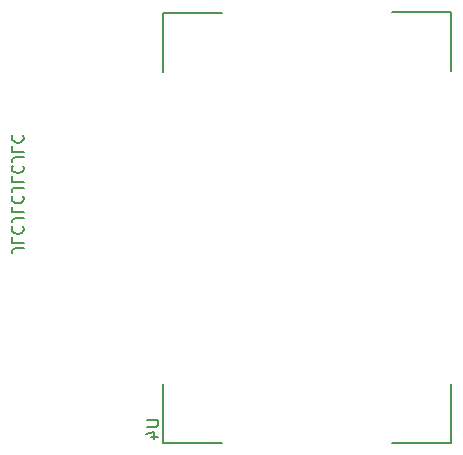
<source format=gbo>
G04 #@! TF.GenerationSoftware,KiCad,Pcbnew,5.1.10*
G04 #@! TF.CreationDate,2021-12-30T11:48:04+01:00*
G04 #@! TF.ProjectId,meshtastic_jtag,6d657368-7461-4737-9469-635f6a746167,1.1*
G04 #@! TF.SameCoordinates,Original*
G04 #@! TF.FileFunction,Legend,Bot*
G04 #@! TF.FilePolarity,Positive*
%FSLAX46Y46*%
G04 Gerber Fmt 4.6, Leading zero omitted, Abs format (unit mm)*
G04 Created by KiCad (PCBNEW 5.1.10) date 2021-12-30 11:48:04*
%MOMM*%
%LPD*%
G01*
G04 APERTURE LIST*
%ADD10C,0.150000*%
%ADD11C,0.200000*%
%ADD12C,1.700000*%
%ADD13R,1.524000X1.700000*%
%ADD14R,1.700000X1.700000*%
%ADD15O,1.200000X2.000000*%
%ADD16C,3.200000*%
%ADD17O,1.700000X1.700000*%
G04 APERTURE END LIST*
D10*
X88347619Y-102619047D02*
X87633333Y-102619047D01*
X87490476Y-102666666D01*
X87395238Y-102761904D01*
X87347619Y-102904761D01*
X87347619Y-103000000D01*
X87347619Y-101666666D02*
X87347619Y-102142857D01*
X88347619Y-102142857D01*
X87442857Y-100761904D02*
X87395238Y-100809523D01*
X87347619Y-100952380D01*
X87347619Y-101047619D01*
X87395238Y-101190476D01*
X87490476Y-101285714D01*
X87585714Y-101333333D01*
X87776190Y-101380952D01*
X87919047Y-101380952D01*
X88109523Y-101333333D01*
X88204761Y-101285714D01*
X88300000Y-101190476D01*
X88347619Y-101047619D01*
X88347619Y-100952380D01*
X88300000Y-100809523D01*
X88252380Y-100761904D01*
X88347619Y-100047619D02*
X87633333Y-100047619D01*
X87490476Y-100095238D01*
X87395238Y-100190476D01*
X87347619Y-100333333D01*
X87347619Y-100428571D01*
X87347619Y-99095238D02*
X87347619Y-99571428D01*
X88347619Y-99571428D01*
X87442857Y-98190476D02*
X87395238Y-98238095D01*
X87347619Y-98380952D01*
X87347619Y-98476190D01*
X87395238Y-98619047D01*
X87490476Y-98714285D01*
X87585714Y-98761904D01*
X87776190Y-98809523D01*
X87919047Y-98809523D01*
X88109523Y-98761904D01*
X88204761Y-98714285D01*
X88300000Y-98619047D01*
X88347619Y-98476190D01*
X88347619Y-98380952D01*
X88300000Y-98238095D01*
X88252380Y-98190476D01*
X88347619Y-97476190D02*
X87633333Y-97476190D01*
X87490476Y-97523809D01*
X87395238Y-97619047D01*
X87347619Y-97761904D01*
X87347619Y-97857142D01*
X87347619Y-96523809D02*
X87347619Y-97000000D01*
X88347619Y-97000000D01*
X87442857Y-95619047D02*
X87395238Y-95666666D01*
X87347619Y-95809523D01*
X87347619Y-95904761D01*
X87395238Y-96047619D01*
X87490476Y-96142857D01*
X87585714Y-96190476D01*
X87776190Y-96238095D01*
X87919047Y-96238095D01*
X88109523Y-96190476D01*
X88204761Y-96142857D01*
X88300000Y-96047619D01*
X88347619Y-95904761D01*
X88347619Y-95809523D01*
X88300000Y-95666666D01*
X88252380Y-95619047D01*
X88347619Y-94904761D02*
X87633333Y-94904761D01*
X87490476Y-94952380D01*
X87395238Y-95047619D01*
X87347619Y-95190476D01*
X87347619Y-95285714D01*
X87347619Y-93952380D02*
X87347619Y-94428571D01*
X88347619Y-94428571D01*
X87442857Y-93047619D02*
X87395238Y-93095238D01*
X87347619Y-93238095D01*
X87347619Y-93333333D01*
X87395238Y-93476190D01*
X87490476Y-93571428D01*
X87585714Y-93619047D01*
X87776190Y-93666666D01*
X87919047Y-93666666D01*
X88109523Y-93619047D01*
X88204761Y-93571428D01*
X88300000Y-93476190D01*
X88347619Y-93333333D01*
X88347619Y-93238095D01*
X88300000Y-93095238D01*
X88252380Y-93047619D01*
D11*
X100100000Y-119100000D02*
X105100000Y-119100000D01*
X100100000Y-119100000D02*
X100100000Y-114100000D01*
X100100000Y-82700000D02*
X100100000Y-87700000D01*
X100100000Y-82700000D02*
X105100000Y-82700000D01*
X124500000Y-119100000D02*
X119500000Y-119100000D01*
X124500000Y-119100000D02*
X124500000Y-114100000D01*
X124500000Y-82600000D02*
X124500000Y-87600000D01*
X124500000Y-82600000D02*
X119500000Y-82600000D01*
X98752380Y-117138095D02*
X99561904Y-117138095D01*
X99657142Y-117185714D01*
X99704761Y-117233333D01*
X99752380Y-117328571D01*
X99752380Y-117519047D01*
X99704761Y-117614285D01*
X99657142Y-117661904D01*
X99561904Y-117709523D01*
X98752380Y-117709523D01*
X99085714Y-118614285D02*
X99752380Y-118614285D01*
X98704761Y-118376190D02*
X99419047Y-118138095D01*
X99419047Y-118757142D01*
%LPC*%
D12*
X167400000Y-108710000D03*
X167400000Y-106170000D03*
X167400000Y-103630000D03*
D13*
X167400000Y-101090000D03*
D12*
X107220000Y-116400000D03*
X109760000Y-116400000D03*
X112300000Y-116400000D03*
X114840000Y-116400000D03*
D14*
X117380000Y-116400000D03*
G36*
G01*
X134597280Y-106003680D02*
X134597280Y-107403680D01*
G75*
G02*
X134297280Y-107703680I-300000J0D01*
G01*
X133697280Y-107703680D01*
G75*
G02*
X133397280Y-107403680I0J300000D01*
G01*
X133397280Y-106003680D01*
G75*
G02*
X133697280Y-105703680I300000J0D01*
G01*
X134297280Y-105703680D01*
G75*
G02*
X134597280Y-106003680I0J-300000D01*
G01*
G37*
D15*
X131457280Y-106703680D03*
X128917280Y-106703680D03*
X126377280Y-106703680D03*
X123837280Y-106703680D03*
X121297280Y-106703680D03*
X118757280Y-106703680D03*
X116217280Y-106703680D03*
X113677280Y-106703680D03*
X111137280Y-106703680D03*
X108597280Y-106703680D03*
X106057280Y-106703680D03*
X103517280Y-106703680D03*
X100977280Y-106703680D03*
X98437280Y-106703680D03*
X95897280Y-106703680D03*
X93357280Y-106703680D03*
X90820000Y-106700000D03*
X88280000Y-106700000D03*
X88277280Y-81303680D03*
X90817280Y-81303680D03*
X93357280Y-81303680D03*
X95897280Y-81303680D03*
X98437280Y-81303680D03*
G36*
G01*
X101577280Y-80603680D02*
X101577280Y-82003680D01*
G75*
G02*
X101277280Y-82303680I-300000J0D01*
G01*
X100677280Y-82303680D01*
G75*
G02*
X100377280Y-82003680I0J300000D01*
G01*
X100377280Y-80603680D01*
G75*
G02*
X100677280Y-80303680I300000J0D01*
G01*
X101277280Y-80303680D01*
G75*
G02*
X101577280Y-80603680I0J-300000D01*
G01*
G37*
X103517280Y-81303680D03*
X106057280Y-81303680D03*
X108597280Y-81303680D03*
X111137280Y-81303680D03*
X113677280Y-81303680D03*
X116217280Y-81303680D03*
X118757280Y-81303680D03*
X121297280Y-81303680D03*
X123837280Y-81303680D03*
X126377280Y-81303680D03*
X128917280Y-81303680D03*
X131457280Y-81303680D03*
X133997280Y-81303680D03*
D16*
X91400000Y-74300000D03*
X173400000Y-74300000D03*
X173400000Y-114300000D03*
X91400000Y-114300000D03*
D17*
X103840000Y-75040000D03*
X103840000Y-72500000D03*
X106380000Y-75040000D03*
X106380000Y-72500000D03*
X108920000Y-75040000D03*
X108920000Y-72500000D03*
X111460000Y-75040000D03*
X111460000Y-72500000D03*
X114000000Y-75040000D03*
D14*
X114000000Y-72500000D03*
D17*
X128860000Y-72500000D03*
D14*
X131400000Y-72500000D03*
M02*

</source>
